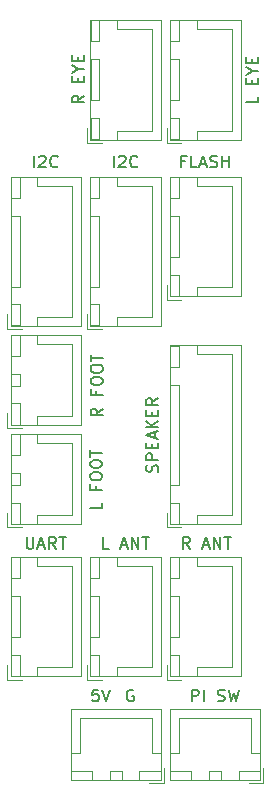
<source format=gbr>
G04 #@! TF.GenerationSoftware,KiCad,Pcbnew,8.0.4*
G04 #@! TF.CreationDate,2025-05-04T21:26:18-04:00*
G04 #@! TF.ProjectId,openduck,6f70656e-6475-4636-9b2e-6b696361645f,rev?*
G04 #@! TF.SameCoordinates,Original*
G04 #@! TF.FileFunction,Legend,Top*
G04 #@! TF.FilePolarity,Positive*
%FSLAX46Y46*%
G04 Gerber Fmt 4.6, Leading zero omitted, Abs format (unit mm)*
G04 Created by KiCad (PCBNEW 8.0.4) date 2025-05-04 21:26:18*
%MOMM*%
%LPD*%
G01*
G04 APERTURE LIST*
%ADD10C,0.150000*%
%ADD11C,0.120000*%
G04 APERTURE END LIST*
D10*
X201633207Y-85639819D02*
X201157017Y-85639819D01*
X201157017Y-85639819D02*
X201109398Y-86116009D01*
X201109398Y-86116009D02*
X201157017Y-86068390D01*
X201157017Y-86068390D02*
X201252255Y-86020771D01*
X201252255Y-86020771D02*
X201490350Y-86020771D01*
X201490350Y-86020771D02*
X201585588Y-86068390D01*
X201585588Y-86068390D02*
X201633207Y-86116009D01*
X201633207Y-86116009D02*
X201680826Y-86211247D01*
X201680826Y-86211247D02*
X201680826Y-86449342D01*
X201680826Y-86449342D02*
X201633207Y-86544580D01*
X201633207Y-86544580D02*
X201585588Y-86592200D01*
X201585588Y-86592200D02*
X201490350Y-86639819D01*
X201490350Y-86639819D02*
X201252255Y-86639819D01*
X201252255Y-86639819D02*
X201157017Y-86592200D01*
X201157017Y-86592200D02*
X201109398Y-86544580D01*
X201966541Y-85639819D02*
X202299874Y-86639819D01*
X202299874Y-86639819D02*
X202633207Y-85639819D01*
X201909819Y-69827030D02*
X201909819Y-70303220D01*
X201909819Y-70303220D02*
X200909819Y-70303220D01*
X201386009Y-68398458D02*
X201386009Y-68731791D01*
X201909819Y-68731791D02*
X200909819Y-68731791D01*
X200909819Y-68731791D02*
X200909819Y-68255601D01*
X200909819Y-67684172D02*
X200909819Y-67493696D01*
X200909819Y-67493696D02*
X200957438Y-67398458D01*
X200957438Y-67398458D02*
X201052676Y-67303220D01*
X201052676Y-67303220D02*
X201243152Y-67255601D01*
X201243152Y-67255601D02*
X201576485Y-67255601D01*
X201576485Y-67255601D02*
X201766961Y-67303220D01*
X201766961Y-67303220D02*
X201862200Y-67398458D01*
X201862200Y-67398458D02*
X201909819Y-67493696D01*
X201909819Y-67493696D02*
X201909819Y-67684172D01*
X201909819Y-67684172D02*
X201862200Y-67779410D01*
X201862200Y-67779410D02*
X201766961Y-67874648D01*
X201766961Y-67874648D02*
X201576485Y-67922267D01*
X201576485Y-67922267D02*
X201243152Y-67922267D01*
X201243152Y-67922267D02*
X201052676Y-67874648D01*
X201052676Y-67874648D02*
X200957438Y-67779410D01*
X200957438Y-67779410D02*
X200909819Y-67684172D01*
X200909819Y-66636553D02*
X200909819Y-66446077D01*
X200909819Y-66446077D02*
X200957438Y-66350839D01*
X200957438Y-66350839D02*
X201052676Y-66255601D01*
X201052676Y-66255601D02*
X201243152Y-66207982D01*
X201243152Y-66207982D02*
X201576485Y-66207982D01*
X201576485Y-66207982D02*
X201766961Y-66255601D01*
X201766961Y-66255601D02*
X201862200Y-66350839D01*
X201862200Y-66350839D02*
X201909819Y-66446077D01*
X201909819Y-66446077D02*
X201909819Y-66636553D01*
X201909819Y-66636553D02*
X201862200Y-66731791D01*
X201862200Y-66731791D02*
X201766961Y-66827029D01*
X201766961Y-66827029D02*
X201576485Y-66874648D01*
X201576485Y-66874648D02*
X201243152Y-66874648D01*
X201243152Y-66874648D02*
X201052676Y-66827029D01*
X201052676Y-66827029D02*
X200957438Y-66731791D01*
X200957438Y-66731791D02*
X200909819Y-66636553D01*
X200909819Y-65922267D02*
X200909819Y-65350839D01*
X201909819Y-65636553D02*
X200909819Y-65636553D01*
X202922494Y-41429819D02*
X202922494Y-40429819D01*
X203351065Y-40525057D02*
X203398684Y-40477438D01*
X203398684Y-40477438D02*
X203493922Y-40429819D01*
X203493922Y-40429819D02*
X203732017Y-40429819D01*
X203732017Y-40429819D02*
X203827255Y-40477438D01*
X203827255Y-40477438D02*
X203874874Y-40525057D01*
X203874874Y-40525057D02*
X203922493Y-40620295D01*
X203922493Y-40620295D02*
X203922493Y-40715533D01*
X203922493Y-40715533D02*
X203874874Y-40858390D01*
X203874874Y-40858390D02*
X203303446Y-41429819D01*
X203303446Y-41429819D02*
X203922493Y-41429819D01*
X204922493Y-41334580D02*
X204874874Y-41382200D01*
X204874874Y-41382200D02*
X204732017Y-41429819D01*
X204732017Y-41429819D02*
X204636779Y-41429819D01*
X204636779Y-41429819D02*
X204493922Y-41382200D01*
X204493922Y-41382200D02*
X204398684Y-41286961D01*
X204398684Y-41286961D02*
X204351065Y-41191723D01*
X204351065Y-41191723D02*
X204303446Y-41001247D01*
X204303446Y-41001247D02*
X204303446Y-40858390D01*
X204303446Y-40858390D02*
X204351065Y-40667914D01*
X204351065Y-40667914D02*
X204398684Y-40572676D01*
X204398684Y-40572676D02*
X204493922Y-40477438D01*
X204493922Y-40477438D02*
X204636779Y-40429819D01*
X204636779Y-40429819D02*
X204732017Y-40429819D01*
X204732017Y-40429819D02*
X204874874Y-40477438D01*
X204874874Y-40477438D02*
X204922493Y-40525057D01*
X208958207Y-40906009D02*
X208624874Y-40906009D01*
X208624874Y-41429819D02*
X208624874Y-40429819D01*
X208624874Y-40429819D02*
X209101064Y-40429819D01*
X209958207Y-41429819D02*
X209482017Y-41429819D01*
X209482017Y-41429819D02*
X209482017Y-40429819D01*
X210243922Y-41144104D02*
X210720112Y-41144104D01*
X210148684Y-41429819D02*
X210482017Y-40429819D01*
X210482017Y-40429819D02*
X210815350Y-41429819D01*
X211101065Y-41382200D02*
X211243922Y-41429819D01*
X211243922Y-41429819D02*
X211482017Y-41429819D01*
X211482017Y-41429819D02*
X211577255Y-41382200D01*
X211577255Y-41382200D02*
X211624874Y-41334580D01*
X211624874Y-41334580D02*
X211672493Y-41239342D01*
X211672493Y-41239342D02*
X211672493Y-41144104D01*
X211672493Y-41144104D02*
X211624874Y-41048866D01*
X211624874Y-41048866D02*
X211577255Y-41001247D01*
X211577255Y-41001247D02*
X211482017Y-40953628D01*
X211482017Y-40953628D02*
X211291541Y-40906009D01*
X211291541Y-40906009D02*
X211196303Y-40858390D01*
X211196303Y-40858390D02*
X211148684Y-40810771D01*
X211148684Y-40810771D02*
X211101065Y-40715533D01*
X211101065Y-40715533D02*
X211101065Y-40620295D01*
X211101065Y-40620295D02*
X211148684Y-40525057D01*
X211148684Y-40525057D02*
X211196303Y-40477438D01*
X211196303Y-40477438D02*
X211291541Y-40429819D01*
X211291541Y-40429819D02*
X211529636Y-40429819D01*
X211529636Y-40429819D02*
X211672493Y-40477438D01*
X212101065Y-41429819D02*
X212101065Y-40429819D01*
X212101065Y-40906009D02*
X212672493Y-40906009D01*
X212672493Y-41429819D02*
X212672493Y-40429819D01*
X209339159Y-73719819D02*
X209005826Y-73243628D01*
X208767731Y-73719819D02*
X208767731Y-72719819D01*
X208767731Y-72719819D02*
X209148683Y-72719819D01*
X209148683Y-72719819D02*
X209243921Y-72767438D01*
X209243921Y-72767438D02*
X209291540Y-72815057D01*
X209291540Y-72815057D02*
X209339159Y-72910295D01*
X209339159Y-72910295D02*
X209339159Y-73053152D01*
X209339159Y-73053152D02*
X209291540Y-73148390D01*
X209291540Y-73148390D02*
X209243921Y-73196009D01*
X209243921Y-73196009D02*
X209148683Y-73243628D01*
X209148683Y-73243628D02*
X208767731Y-73243628D01*
X210482017Y-73434104D02*
X210958207Y-73434104D01*
X210386779Y-73719819D02*
X210720112Y-72719819D01*
X210720112Y-72719819D02*
X211053445Y-73719819D01*
X211386779Y-73719819D02*
X211386779Y-72719819D01*
X211386779Y-72719819D02*
X211958207Y-73719819D01*
X211958207Y-73719819D02*
X211958207Y-72719819D01*
X212291541Y-72719819D02*
X212862969Y-72719819D01*
X212577255Y-73719819D02*
X212577255Y-72719819D01*
X204585588Y-85687438D02*
X204490350Y-85639819D01*
X204490350Y-85639819D02*
X204347493Y-85639819D01*
X204347493Y-85639819D02*
X204204636Y-85687438D01*
X204204636Y-85687438D02*
X204109398Y-85782676D01*
X204109398Y-85782676D02*
X204061779Y-85877914D01*
X204061779Y-85877914D02*
X204014160Y-86068390D01*
X204014160Y-86068390D02*
X204014160Y-86211247D01*
X204014160Y-86211247D02*
X204061779Y-86401723D01*
X204061779Y-86401723D02*
X204109398Y-86496961D01*
X204109398Y-86496961D02*
X204204636Y-86592200D01*
X204204636Y-86592200D02*
X204347493Y-86639819D01*
X204347493Y-86639819D02*
X204442731Y-86639819D01*
X204442731Y-86639819D02*
X204585588Y-86592200D01*
X204585588Y-86592200D02*
X204633207Y-86544580D01*
X204633207Y-86544580D02*
X204633207Y-86211247D01*
X204633207Y-86211247D02*
X204442731Y-86211247D01*
X202493921Y-73719819D02*
X202017731Y-73719819D01*
X202017731Y-73719819D02*
X202017731Y-72719819D01*
X203541541Y-73434104D02*
X204017731Y-73434104D01*
X203446303Y-73719819D02*
X203779636Y-72719819D01*
X203779636Y-72719819D02*
X204112969Y-73719819D01*
X204446303Y-73719819D02*
X204446303Y-72719819D01*
X204446303Y-72719819D02*
X205017731Y-73719819D01*
X205017731Y-73719819D02*
X205017731Y-72719819D01*
X205351065Y-72719819D02*
X205922493Y-72719819D01*
X205636779Y-73719819D02*
X205636779Y-72719819D01*
X196172494Y-41429819D02*
X196172494Y-40429819D01*
X196601065Y-40525057D02*
X196648684Y-40477438D01*
X196648684Y-40477438D02*
X196743922Y-40429819D01*
X196743922Y-40429819D02*
X196982017Y-40429819D01*
X196982017Y-40429819D02*
X197077255Y-40477438D01*
X197077255Y-40477438D02*
X197124874Y-40525057D01*
X197124874Y-40525057D02*
X197172493Y-40620295D01*
X197172493Y-40620295D02*
X197172493Y-40715533D01*
X197172493Y-40715533D02*
X197124874Y-40858390D01*
X197124874Y-40858390D02*
X196553446Y-41429819D01*
X196553446Y-41429819D02*
X197172493Y-41429819D01*
X198172493Y-41334580D02*
X198124874Y-41382200D01*
X198124874Y-41382200D02*
X197982017Y-41429819D01*
X197982017Y-41429819D02*
X197886779Y-41429819D01*
X197886779Y-41429819D02*
X197743922Y-41382200D01*
X197743922Y-41382200D02*
X197648684Y-41286961D01*
X197648684Y-41286961D02*
X197601065Y-41191723D01*
X197601065Y-41191723D02*
X197553446Y-41001247D01*
X197553446Y-41001247D02*
X197553446Y-40858390D01*
X197553446Y-40858390D02*
X197601065Y-40667914D01*
X197601065Y-40667914D02*
X197648684Y-40572676D01*
X197648684Y-40572676D02*
X197743922Y-40477438D01*
X197743922Y-40477438D02*
X197886779Y-40429819D01*
X197886779Y-40429819D02*
X197982017Y-40429819D01*
X197982017Y-40429819D02*
X198124874Y-40477438D01*
X198124874Y-40477438D02*
X198172493Y-40525057D01*
X206632200Y-67215363D02*
X206679819Y-67072506D01*
X206679819Y-67072506D02*
X206679819Y-66834411D01*
X206679819Y-66834411D02*
X206632200Y-66739173D01*
X206632200Y-66739173D02*
X206584580Y-66691554D01*
X206584580Y-66691554D02*
X206489342Y-66643935D01*
X206489342Y-66643935D02*
X206394104Y-66643935D01*
X206394104Y-66643935D02*
X206298866Y-66691554D01*
X206298866Y-66691554D02*
X206251247Y-66739173D01*
X206251247Y-66739173D02*
X206203628Y-66834411D01*
X206203628Y-66834411D02*
X206156009Y-67024887D01*
X206156009Y-67024887D02*
X206108390Y-67120125D01*
X206108390Y-67120125D02*
X206060771Y-67167744D01*
X206060771Y-67167744D02*
X205965533Y-67215363D01*
X205965533Y-67215363D02*
X205870295Y-67215363D01*
X205870295Y-67215363D02*
X205775057Y-67167744D01*
X205775057Y-67167744D02*
X205727438Y-67120125D01*
X205727438Y-67120125D02*
X205679819Y-67024887D01*
X205679819Y-67024887D02*
X205679819Y-66786792D01*
X205679819Y-66786792D02*
X205727438Y-66643935D01*
X206679819Y-66215363D02*
X205679819Y-66215363D01*
X205679819Y-66215363D02*
X205679819Y-65834411D01*
X205679819Y-65834411D02*
X205727438Y-65739173D01*
X205727438Y-65739173D02*
X205775057Y-65691554D01*
X205775057Y-65691554D02*
X205870295Y-65643935D01*
X205870295Y-65643935D02*
X206013152Y-65643935D01*
X206013152Y-65643935D02*
X206108390Y-65691554D01*
X206108390Y-65691554D02*
X206156009Y-65739173D01*
X206156009Y-65739173D02*
X206203628Y-65834411D01*
X206203628Y-65834411D02*
X206203628Y-66215363D01*
X206156009Y-65215363D02*
X206156009Y-64882030D01*
X206679819Y-64739173D02*
X206679819Y-65215363D01*
X206679819Y-65215363D02*
X205679819Y-65215363D01*
X205679819Y-65215363D02*
X205679819Y-64739173D01*
X206394104Y-64358220D02*
X206394104Y-63882030D01*
X206679819Y-64453458D02*
X205679819Y-64120125D01*
X205679819Y-64120125D02*
X206679819Y-63786792D01*
X206679819Y-63453458D02*
X205679819Y-63453458D01*
X206679819Y-62882030D02*
X206108390Y-63310601D01*
X205679819Y-62882030D02*
X206251247Y-63453458D01*
X206156009Y-62453458D02*
X206156009Y-62120125D01*
X206679819Y-61977268D02*
X206679819Y-62453458D01*
X206679819Y-62453458D02*
X205679819Y-62453458D01*
X205679819Y-62453458D02*
X205679819Y-61977268D01*
X206679819Y-60977268D02*
X206203628Y-61310601D01*
X206679819Y-61548696D02*
X205679819Y-61548696D01*
X205679819Y-61548696D02*
X205679819Y-61167744D01*
X205679819Y-61167744D02*
X205727438Y-61072506D01*
X205727438Y-61072506D02*
X205775057Y-61024887D01*
X205775057Y-61024887D02*
X205870295Y-60977268D01*
X205870295Y-60977268D02*
X206013152Y-60977268D01*
X206013152Y-60977268D02*
X206108390Y-61024887D01*
X206108390Y-61024887D02*
X206156009Y-61072506D01*
X206156009Y-61072506D02*
X206203628Y-61167744D01*
X206203628Y-61167744D02*
X206203628Y-61548696D01*
X209545113Y-86639819D02*
X209545113Y-85639819D01*
X209545113Y-85639819D02*
X209926065Y-85639819D01*
X209926065Y-85639819D02*
X210021303Y-85687438D01*
X210021303Y-85687438D02*
X210068922Y-85735057D01*
X210068922Y-85735057D02*
X210116541Y-85830295D01*
X210116541Y-85830295D02*
X210116541Y-85973152D01*
X210116541Y-85973152D02*
X210068922Y-86068390D01*
X210068922Y-86068390D02*
X210021303Y-86116009D01*
X210021303Y-86116009D02*
X209926065Y-86163628D01*
X209926065Y-86163628D02*
X209545113Y-86163628D01*
X210545113Y-86639819D02*
X210545113Y-85639819D01*
X211735589Y-86592200D02*
X211878446Y-86639819D01*
X211878446Y-86639819D02*
X212116541Y-86639819D01*
X212116541Y-86639819D02*
X212211779Y-86592200D01*
X212211779Y-86592200D02*
X212259398Y-86544580D01*
X212259398Y-86544580D02*
X212307017Y-86449342D01*
X212307017Y-86449342D02*
X212307017Y-86354104D01*
X212307017Y-86354104D02*
X212259398Y-86258866D01*
X212259398Y-86258866D02*
X212211779Y-86211247D01*
X212211779Y-86211247D02*
X212116541Y-86163628D01*
X212116541Y-86163628D02*
X211926065Y-86116009D01*
X211926065Y-86116009D02*
X211830827Y-86068390D01*
X211830827Y-86068390D02*
X211783208Y-86020771D01*
X211783208Y-86020771D02*
X211735589Y-85925533D01*
X211735589Y-85925533D02*
X211735589Y-85830295D01*
X211735589Y-85830295D02*
X211783208Y-85735057D01*
X211783208Y-85735057D02*
X211830827Y-85687438D01*
X211830827Y-85687438D02*
X211926065Y-85639819D01*
X211926065Y-85639819D02*
X212164160Y-85639819D01*
X212164160Y-85639819D02*
X212307017Y-85687438D01*
X212640351Y-85639819D02*
X212878446Y-86639819D01*
X212878446Y-86639819D02*
X213068922Y-85925533D01*
X213068922Y-85925533D02*
X213259398Y-86639819D01*
X213259398Y-86639819D02*
X213497494Y-85639819D01*
X195553446Y-72719819D02*
X195553446Y-73529342D01*
X195553446Y-73529342D02*
X195601065Y-73624580D01*
X195601065Y-73624580D02*
X195648684Y-73672200D01*
X195648684Y-73672200D02*
X195743922Y-73719819D01*
X195743922Y-73719819D02*
X195934398Y-73719819D01*
X195934398Y-73719819D02*
X196029636Y-73672200D01*
X196029636Y-73672200D02*
X196077255Y-73624580D01*
X196077255Y-73624580D02*
X196124874Y-73529342D01*
X196124874Y-73529342D02*
X196124874Y-72719819D01*
X196553446Y-73434104D02*
X197029636Y-73434104D01*
X196458208Y-73719819D02*
X196791541Y-72719819D01*
X196791541Y-72719819D02*
X197124874Y-73719819D01*
X198029636Y-73719819D02*
X197696303Y-73243628D01*
X197458208Y-73719819D02*
X197458208Y-72719819D01*
X197458208Y-72719819D02*
X197839160Y-72719819D01*
X197839160Y-72719819D02*
X197934398Y-72767438D01*
X197934398Y-72767438D02*
X197982017Y-72815057D01*
X197982017Y-72815057D02*
X198029636Y-72910295D01*
X198029636Y-72910295D02*
X198029636Y-73053152D01*
X198029636Y-73053152D02*
X197982017Y-73148390D01*
X197982017Y-73148390D02*
X197934398Y-73196009D01*
X197934398Y-73196009D02*
X197839160Y-73243628D01*
X197839160Y-73243628D02*
X197458208Y-73243628D01*
X198315351Y-72719819D02*
X198886779Y-72719819D01*
X198601065Y-73719819D02*
X198601065Y-72719819D01*
X215156569Y-35451078D02*
X215156569Y-35927268D01*
X215156569Y-35927268D02*
X214156569Y-35927268D01*
X214632759Y-34355839D02*
X214632759Y-34022506D01*
X215156569Y-33879649D02*
X215156569Y-34355839D01*
X215156569Y-34355839D02*
X214156569Y-34355839D01*
X214156569Y-34355839D02*
X214156569Y-33879649D01*
X214680378Y-33260601D02*
X215156569Y-33260601D01*
X214156569Y-33593934D02*
X214680378Y-33260601D01*
X214680378Y-33260601D02*
X214156569Y-32927268D01*
X214632759Y-32593934D02*
X214632759Y-32260601D01*
X215156569Y-32117744D02*
X215156569Y-32593934D01*
X215156569Y-32593934D02*
X214156569Y-32593934D01*
X214156569Y-32593934D02*
X214156569Y-32117744D01*
X200406569Y-35355840D02*
X199930378Y-35689173D01*
X200406569Y-35927268D02*
X199406569Y-35927268D01*
X199406569Y-35927268D02*
X199406569Y-35546316D01*
X199406569Y-35546316D02*
X199454188Y-35451078D01*
X199454188Y-35451078D02*
X199501807Y-35403459D01*
X199501807Y-35403459D02*
X199597045Y-35355840D01*
X199597045Y-35355840D02*
X199739902Y-35355840D01*
X199739902Y-35355840D02*
X199835140Y-35403459D01*
X199835140Y-35403459D02*
X199882759Y-35451078D01*
X199882759Y-35451078D02*
X199930378Y-35546316D01*
X199930378Y-35546316D02*
X199930378Y-35927268D01*
X199882759Y-34165363D02*
X199882759Y-33832030D01*
X200406569Y-33689173D02*
X200406569Y-34165363D01*
X200406569Y-34165363D02*
X199406569Y-34165363D01*
X199406569Y-34165363D02*
X199406569Y-33689173D01*
X199930378Y-33070125D02*
X200406569Y-33070125D01*
X199406569Y-33403458D02*
X199930378Y-33070125D01*
X199930378Y-33070125D02*
X199406569Y-32736792D01*
X199882759Y-32403458D02*
X199882759Y-32070125D01*
X200406569Y-31927268D02*
X200406569Y-32403458D01*
X200406569Y-32403458D02*
X199406569Y-32403458D01*
X199406569Y-32403458D02*
X199406569Y-31927268D01*
X201979819Y-61861792D02*
X201503628Y-62195125D01*
X201979819Y-62433220D02*
X200979819Y-62433220D01*
X200979819Y-62433220D02*
X200979819Y-62052268D01*
X200979819Y-62052268D02*
X201027438Y-61957030D01*
X201027438Y-61957030D02*
X201075057Y-61909411D01*
X201075057Y-61909411D02*
X201170295Y-61861792D01*
X201170295Y-61861792D02*
X201313152Y-61861792D01*
X201313152Y-61861792D02*
X201408390Y-61909411D01*
X201408390Y-61909411D02*
X201456009Y-61957030D01*
X201456009Y-61957030D02*
X201503628Y-62052268D01*
X201503628Y-62052268D02*
X201503628Y-62433220D01*
X201456009Y-60337982D02*
X201456009Y-60671315D01*
X201979819Y-60671315D02*
X200979819Y-60671315D01*
X200979819Y-60671315D02*
X200979819Y-60195125D01*
X200979819Y-59623696D02*
X200979819Y-59433220D01*
X200979819Y-59433220D02*
X201027438Y-59337982D01*
X201027438Y-59337982D02*
X201122676Y-59242744D01*
X201122676Y-59242744D02*
X201313152Y-59195125D01*
X201313152Y-59195125D02*
X201646485Y-59195125D01*
X201646485Y-59195125D02*
X201836961Y-59242744D01*
X201836961Y-59242744D02*
X201932200Y-59337982D01*
X201932200Y-59337982D02*
X201979819Y-59433220D01*
X201979819Y-59433220D02*
X201979819Y-59623696D01*
X201979819Y-59623696D02*
X201932200Y-59718934D01*
X201932200Y-59718934D02*
X201836961Y-59814172D01*
X201836961Y-59814172D02*
X201646485Y-59861791D01*
X201646485Y-59861791D02*
X201313152Y-59861791D01*
X201313152Y-59861791D02*
X201122676Y-59814172D01*
X201122676Y-59814172D02*
X201027438Y-59718934D01*
X201027438Y-59718934D02*
X200979819Y-59623696D01*
X200979819Y-58576077D02*
X200979819Y-58385601D01*
X200979819Y-58385601D02*
X201027438Y-58290363D01*
X201027438Y-58290363D02*
X201122676Y-58195125D01*
X201122676Y-58195125D02*
X201313152Y-58147506D01*
X201313152Y-58147506D02*
X201646485Y-58147506D01*
X201646485Y-58147506D02*
X201836961Y-58195125D01*
X201836961Y-58195125D02*
X201932200Y-58290363D01*
X201932200Y-58290363D02*
X201979819Y-58385601D01*
X201979819Y-58385601D02*
X201979819Y-58576077D01*
X201979819Y-58576077D02*
X201932200Y-58671315D01*
X201932200Y-58671315D02*
X201836961Y-58766553D01*
X201836961Y-58766553D02*
X201646485Y-58814172D01*
X201646485Y-58814172D02*
X201313152Y-58814172D01*
X201313152Y-58814172D02*
X201122676Y-58766553D01*
X201122676Y-58766553D02*
X201027438Y-58671315D01*
X201027438Y-58671315D02*
X200979819Y-58576077D01*
X200979819Y-57861791D02*
X200979819Y-57290363D01*
X201979819Y-57576077D02*
X200979819Y-57576077D01*
D11*
X207400000Y-51370000D02*
X207400000Y-52620000D01*
X207400000Y-52620000D02*
X208650000Y-52620000D01*
X207690000Y-42210000D02*
X207690000Y-52330000D01*
X207690000Y-52330000D02*
X213660000Y-52330000D01*
X207700000Y-42220000D02*
X207700000Y-44020000D01*
X207700000Y-44020000D02*
X208450000Y-44020000D01*
X207700000Y-45520000D02*
X207700000Y-49020000D01*
X207700000Y-49020000D02*
X208450000Y-49020000D01*
X207700000Y-50520000D02*
X207700000Y-52320000D01*
X207700000Y-52320000D02*
X208450000Y-52320000D01*
X208450000Y-42220000D02*
X207700000Y-42220000D01*
X208450000Y-44020000D02*
X208450000Y-42220000D01*
X208450000Y-45520000D02*
X207700000Y-45520000D01*
X208450000Y-49020000D02*
X208450000Y-45520000D01*
X208450000Y-50520000D02*
X207700000Y-50520000D01*
X208450000Y-52320000D02*
X208450000Y-50520000D01*
X209950000Y-42220000D02*
X209950000Y-42970000D01*
X209950000Y-42970000D02*
X212900000Y-42970000D01*
X209950000Y-51570000D02*
X212900000Y-51570000D01*
X209950000Y-52320000D02*
X209950000Y-51570000D01*
X212900000Y-42970000D02*
X212900000Y-47270000D01*
X212900000Y-51570000D02*
X212900000Y-47270000D01*
X213660000Y-42210000D02*
X207690000Y-42210000D01*
X213660000Y-52330000D02*
X213660000Y-42210000D01*
X193900000Y-83570000D02*
X193900000Y-84820000D01*
X193900000Y-84820000D02*
X195150000Y-84820000D01*
X194190000Y-74410000D02*
X194190000Y-84530000D01*
X194190000Y-84530000D02*
X200160000Y-84530000D01*
X194200000Y-74420000D02*
X194200000Y-76220000D01*
X194200000Y-76220000D02*
X194950000Y-76220000D01*
X194200000Y-77720000D02*
X194200000Y-81220000D01*
X194200000Y-81220000D02*
X194950000Y-81220000D01*
X194200000Y-82720000D02*
X194200000Y-84520000D01*
X194200000Y-84520000D02*
X194950000Y-84520000D01*
X194950000Y-74420000D02*
X194200000Y-74420000D01*
X194950000Y-76220000D02*
X194950000Y-74420000D01*
X194950000Y-77720000D02*
X194200000Y-77720000D01*
X194950000Y-81220000D02*
X194950000Y-77720000D01*
X194950000Y-82720000D02*
X194200000Y-82720000D01*
X194950000Y-84520000D02*
X194950000Y-82720000D01*
X196450000Y-74420000D02*
X196450000Y-75170000D01*
X196450000Y-75170000D02*
X199400000Y-75170000D01*
X196450000Y-83770000D02*
X199400000Y-83770000D01*
X196450000Y-84520000D02*
X196450000Y-83770000D01*
X199400000Y-75170000D02*
X199400000Y-79470000D01*
X199400000Y-83770000D02*
X199400000Y-79470000D01*
X200160000Y-74410000D02*
X194190000Y-74410000D01*
X200160000Y-84530000D02*
X200160000Y-74410000D01*
X200650000Y-53870000D02*
X200650000Y-55120000D01*
X200650000Y-55120000D02*
X201900000Y-55120000D01*
X200940000Y-42210000D02*
X200940000Y-54830000D01*
X200940000Y-54830000D02*
X206910000Y-54830000D01*
X200950000Y-42220000D02*
X200950000Y-44020000D01*
X200950000Y-44020000D02*
X201700000Y-44020000D01*
X200950000Y-45520000D02*
X200950000Y-51520000D01*
X200950000Y-51520000D02*
X201700000Y-51520000D01*
X200950000Y-53020000D02*
X200950000Y-54820000D01*
X200950000Y-54820000D02*
X201700000Y-54820000D01*
X201700000Y-42220000D02*
X200950000Y-42220000D01*
X201700000Y-44020000D02*
X201700000Y-42220000D01*
X201700000Y-45520000D02*
X200950000Y-45520000D01*
X201700000Y-51520000D02*
X201700000Y-45520000D01*
X201700000Y-53020000D02*
X200950000Y-53020000D01*
X201700000Y-54820000D02*
X201700000Y-53020000D01*
X203200000Y-42220000D02*
X203200000Y-42970000D01*
X203200000Y-42970000D02*
X206150000Y-42970000D01*
X203200000Y-54070000D02*
X206150000Y-54070000D01*
X203200000Y-54820000D02*
X203200000Y-54070000D01*
X206150000Y-42970000D02*
X206150000Y-48520000D01*
X206150000Y-54070000D02*
X206150000Y-48520000D01*
X206910000Y-42210000D02*
X200940000Y-42210000D01*
X206910000Y-54830000D02*
X206910000Y-42210000D01*
X199290000Y-87310000D02*
X199290000Y-93280000D01*
X199290000Y-93280000D02*
X206910000Y-93280000D01*
X199300000Y-91020000D02*
X200050000Y-91020000D01*
X199300000Y-92520000D02*
X199300000Y-93270000D01*
X199300000Y-93270000D02*
X201100000Y-93270000D01*
X200050000Y-88070000D02*
X203100000Y-88070000D01*
X200050000Y-91020000D02*
X200050000Y-88070000D01*
X201100000Y-92520000D02*
X199300000Y-92520000D01*
X201100000Y-93270000D02*
X201100000Y-92520000D01*
X202600000Y-92520000D02*
X202600000Y-93270000D01*
X202600000Y-93270000D02*
X203600000Y-93270000D01*
X203600000Y-92520000D02*
X202600000Y-92520000D01*
X203600000Y-93270000D02*
X203600000Y-92520000D01*
X205100000Y-92520000D02*
X205100000Y-93270000D01*
X205100000Y-93270000D02*
X206900000Y-93270000D01*
X205950000Y-93570000D02*
X207200000Y-93570000D01*
X206150000Y-88070000D02*
X203100000Y-88070000D01*
X206150000Y-91020000D02*
X206150000Y-88070000D01*
X206900000Y-91020000D02*
X206150000Y-91020000D01*
X206900000Y-92520000D02*
X205100000Y-92520000D01*
X206900000Y-93270000D02*
X206900000Y-92520000D01*
X206910000Y-87310000D02*
X199290000Y-87310000D01*
X206910000Y-93280000D02*
X206910000Y-87310000D01*
X207200000Y-93570000D02*
X207200000Y-92320000D01*
X207410000Y-38120000D02*
X207410000Y-39370000D01*
X207410000Y-39370000D02*
X208660000Y-39370000D01*
X207700000Y-28960000D02*
X207700000Y-39080000D01*
X207700000Y-39080000D02*
X213670000Y-39080000D01*
X207710000Y-28970000D02*
X207710000Y-30770000D01*
X207710000Y-30770000D02*
X208460000Y-30770000D01*
X207710000Y-32270000D02*
X207710000Y-35770000D01*
X207710000Y-35770000D02*
X208460000Y-35770000D01*
X207710000Y-37270000D02*
X207710000Y-39070000D01*
X207710000Y-39070000D02*
X208460000Y-39070000D01*
X208460000Y-28970000D02*
X207710000Y-28970000D01*
X208460000Y-30770000D02*
X208460000Y-28970000D01*
X208460000Y-32270000D02*
X207710000Y-32270000D01*
X208460000Y-35770000D02*
X208460000Y-32270000D01*
X208460000Y-37270000D02*
X207710000Y-37270000D01*
X208460000Y-39070000D02*
X208460000Y-37270000D01*
X209960000Y-28970000D02*
X209960000Y-29720000D01*
X209960000Y-29720000D02*
X212910000Y-29720000D01*
X209960000Y-38320000D02*
X212910000Y-38320000D01*
X209960000Y-39070000D02*
X209960000Y-38320000D01*
X212910000Y-29720000D02*
X212910000Y-34020000D01*
X212910000Y-38320000D02*
X212910000Y-34020000D01*
X213670000Y-28960000D02*
X207700000Y-28960000D01*
X213670000Y-39080000D02*
X213670000Y-28960000D01*
X207400000Y-70670000D02*
X207400000Y-71920000D01*
X207400000Y-71920000D02*
X208650000Y-71920000D01*
X207690000Y-56510000D02*
X207690000Y-71630000D01*
X207690000Y-71630000D02*
X213660000Y-71630000D01*
X207700000Y-56520000D02*
X207700000Y-58320000D01*
X207700000Y-58320000D02*
X208450000Y-58320000D01*
X207700000Y-59820000D02*
X207700000Y-68320000D01*
X207700000Y-68320000D02*
X208450000Y-68320000D01*
X207700000Y-69820000D02*
X207700000Y-71620000D01*
X207700000Y-71620000D02*
X208450000Y-71620000D01*
X208450000Y-56520000D02*
X207700000Y-56520000D01*
X208450000Y-58320000D02*
X208450000Y-56520000D01*
X208450000Y-59820000D02*
X207700000Y-59820000D01*
X208450000Y-68320000D02*
X208450000Y-59820000D01*
X208450000Y-69820000D02*
X207700000Y-69820000D01*
X208450000Y-71620000D02*
X208450000Y-69820000D01*
X209950000Y-56520000D02*
X209950000Y-57270000D01*
X209950000Y-57270000D02*
X212900000Y-57270000D01*
X209950000Y-70870000D02*
X212900000Y-70870000D01*
X209950000Y-71620000D02*
X209950000Y-70870000D01*
X212900000Y-57270000D02*
X212900000Y-64070000D01*
X212900000Y-70870000D02*
X212900000Y-64070000D01*
X213660000Y-56510000D02*
X207690000Y-56510000D01*
X213660000Y-71630000D02*
X213660000Y-56510000D01*
X200660000Y-38120000D02*
X200660000Y-39370000D01*
X200660000Y-39370000D02*
X201910000Y-39370000D01*
X200950000Y-28960000D02*
X200950000Y-39080000D01*
X200950000Y-39080000D02*
X206920000Y-39080000D01*
X200960000Y-28970000D02*
X200960000Y-30770000D01*
X200960000Y-30770000D02*
X201710000Y-30770000D01*
X200960000Y-32270000D02*
X200960000Y-35770000D01*
X200960000Y-35770000D02*
X201710000Y-35770000D01*
X200960000Y-37270000D02*
X200960000Y-39070000D01*
X200960000Y-39070000D02*
X201710000Y-39070000D01*
X201710000Y-28970000D02*
X200960000Y-28970000D01*
X201710000Y-30770000D02*
X201710000Y-28970000D01*
X201710000Y-32270000D02*
X200960000Y-32270000D01*
X201710000Y-35770000D02*
X201710000Y-32270000D01*
X201710000Y-37270000D02*
X200960000Y-37270000D01*
X201710000Y-39070000D02*
X201710000Y-37270000D01*
X203210000Y-28970000D02*
X203210000Y-29720000D01*
X203210000Y-29720000D02*
X206160000Y-29720000D01*
X203210000Y-38320000D02*
X206160000Y-38320000D01*
X203210000Y-39070000D02*
X203210000Y-38320000D01*
X206160000Y-29720000D02*
X206160000Y-34020000D01*
X206160000Y-38320000D02*
X206160000Y-34020000D01*
X206920000Y-28960000D02*
X200950000Y-28960000D01*
X206920000Y-39080000D02*
X206920000Y-28960000D01*
X193900000Y-53870000D02*
X193900000Y-55120000D01*
X193900000Y-55120000D02*
X195150000Y-55120000D01*
X194190000Y-42210000D02*
X194190000Y-54830000D01*
X194190000Y-54830000D02*
X200160000Y-54830000D01*
X194200000Y-42220000D02*
X194200000Y-44020000D01*
X194200000Y-44020000D02*
X194950000Y-44020000D01*
X194200000Y-45520000D02*
X194200000Y-51520000D01*
X194200000Y-51520000D02*
X194950000Y-51520000D01*
X194200000Y-53020000D02*
X194200000Y-54820000D01*
X194200000Y-54820000D02*
X194950000Y-54820000D01*
X194950000Y-42220000D02*
X194200000Y-42220000D01*
X194950000Y-44020000D02*
X194950000Y-42220000D01*
X194950000Y-45520000D02*
X194200000Y-45520000D01*
X194950000Y-51520000D02*
X194950000Y-45520000D01*
X194950000Y-53020000D02*
X194200000Y-53020000D01*
X194950000Y-54820000D02*
X194950000Y-53020000D01*
X196450000Y-42220000D02*
X196450000Y-42970000D01*
X196450000Y-42970000D02*
X199400000Y-42970000D01*
X196450000Y-54070000D02*
X199400000Y-54070000D01*
X196450000Y-54820000D02*
X196450000Y-54070000D01*
X199400000Y-42970000D02*
X199400000Y-48520000D01*
X199400000Y-54070000D02*
X199400000Y-48520000D01*
X200160000Y-42210000D02*
X194190000Y-42210000D01*
X200160000Y-54830000D02*
X200160000Y-42210000D01*
X207690000Y-87310000D02*
X207690000Y-93280000D01*
X207690000Y-93280000D02*
X215310000Y-93280000D01*
X207700000Y-91020000D02*
X208450000Y-91020000D01*
X207700000Y-92520000D02*
X207700000Y-93270000D01*
X207700000Y-93270000D02*
X209500000Y-93270000D01*
X208450000Y-88070000D02*
X211500000Y-88070000D01*
X208450000Y-91020000D02*
X208450000Y-88070000D01*
X209500000Y-92520000D02*
X207700000Y-92520000D01*
X209500000Y-93270000D02*
X209500000Y-92520000D01*
X211000000Y-92520000D02*
X211000000Y-93270000D01*
X211000000Y-93270000D02*
X212000000Y-93270000D01*
X212000000Y-92520000D02*
X211000000Y-92520000D01*
X212000000Y-93270000D02*
X212000000Y-92520000D01*
X213500000Y-92520000D02*
X213500000Y-93270000D01*
X213500000Y-93270000D02*
X215300000Y-93270000D01*
X214350000Y-93570000D02*
X215600000Y-93570000D01*
X214550000Y-88070000D02*
X211500000Y-88070000D01*
X214550000Y-91020000D02*
X214550000Y-88070000D01*
X215300000Y-91020000D02*
X214550000Y-91020000D01*
X215300000Y-92520000D02*
X213500000Y-92520000D01*
X215300000Y-93270000D02*
X215300000Y-92520000D01*
X215310000Y-87310000D02*
X207690000Y-87310000D01*
X215310000Y-93280000D02*
X215310000Y-87310000D01*
X215600000Y-93570000D02*
X215600000Y-92320000D01*
X207400000Y-83560000D02*
X207400000Y-84810000D01*
X207400000Y-84810000D02*
X208650000Y-84810000D01*
X207690000Y-74400000D02*
X207690000Y-84520000D01*
X207690000Y-84520000D02*
X213660000Y-84520000D01*
X207700000Y-74410000D02*
X207700000Y-76210000D01*
X207700000Y-76210000D02*
X208450000Y-76210000D01*
X207700000Y-77710000D02*
X207700000Y-81210000D01*
X207700000Y-81210000D02*
X208450000Y-81210000D01*
X207700000Y-82710000D02*
X207700000Y-84510000D01*
X207700000Y-84510000D02*
X208450000Y-84510000D01*
X208450000Y-74410000D02*
X207700000Y-74410000D01*
X208450000Y-76210000D02*
X208450000Y-74410000D01*
X208450000Y-77710000D02*
X207700000Y-77710000D01*
X208450000Y-81210000D02*
X208450000Y-77710000D01*
X208450000Y-82710000D02*
X207700000Y-82710000D01*
X208450000Y-84510000D02*
X208450000Y-82710000D01*
X209950000Y-74410000D02*
X209950000Y-75160000D01*
X209950000Y-75160000D02*
X212900000Y-75160000D01*
X209950000Y-83760000D02*
X212900000Y-83760000D01*
X209950000Y-84510000D02*
X209950000Y-83760000D01*
X212900000Y-75160000D02*
X212900000Y-79460000D01*
X212900000Y-83760000D02*
X212900000Y-79460000D01*
X213660000Y-74400000D02*
X207690000Y-74400000D01*
X213660000Y-84520000D02*
X213660000Y-74400000D01*
X193900000Y-70670000D02*
X193900000Y-71920000D01*
X193900000Y-71920000D02*
X195150000Y-71920000D01*
X194190000Y-64010000D02*
X194190000Y-71630000D01*
X194190000Y-71630000D02*
X200160000Y-71630000D01*
X194200000Y-64020000D02*
X194200000Y-65820000D01*
X194200000Y-65820000D02*
X194950000Y-65820000D01*
X194200000Y-67320000D02*
X194200000Y-68320000D01*
X194200000Y-68320000D02*
X194950000Y-68320000D01*
X194200000Y-69820000D02*
X194200000Y-71620000D01*
X194200000Y-71620000D02*
X194950000Y-71620000D01*
X194950000Y-64020000D02*
X194200000Y-64020000D01*
X194950000Y-65820000D02*
X194950000Y-64020000D01*
X194950000Y-67320000D02*
X194200000Y-67320000D01*
X194950000Y-68320000D02*
X194950000Y-67320000D01*
X194950000Y-69820000D02*
X194200000Y-69820000D01*
X194950000Y-71620000D02*
X194950000Y-69820000D01*
X196450000Y-64020000D02*
X196450000Y-64770000D01*
X196450000Y-64770000D02*
X199400000Y-64770000D01*
X196450000Y-70870000D02*
X199400000Y-70870000D01*
X196450000Y-71620000D02*
X196450000Y-70870000D01*
X199400000Y-64770000D02*
X199400000Y-67820000D01*
X199400000Y-70870000D02*
X199400000Y-67820000D01*
X200160000Y-64010000D02*
X194190000Y-64010000D01*
X200160000Y-71630000D02*
X200160000Y-64010000D01*
X200650000Y-83560000D02*
X200650000Y-84810000D01*
X200650000Y-84810000D02*
X201900000Y-84810000D01*
X200940000Y-74400000D02*
X200940000Y-84520000D01*
X200940000Y-84520000D02*
X206910000Y-84520000D01*
X200950000Y-74410000D02*
X200950000Y-76210000D01*
X200950000Y-76210000D02*
X201700000Y-76210000D01*
X200950000Y-77710000D02*
X200950000Y-81210000D01*
X200950000Y-81210000D02*
X201700000Y-81210000D01*
X200950000Y-82710000D02*
X200950000Y-84510000D01*
X200950000Y-84510000D02*
X201700000Y-84510000D01*
X201700000Y-74410000D02*
X200950000Y-74410000D01*
X201700000Y-76210000D02*
X201700000Y-74410000D01*
X201700000Y-77710000D02*
X200950000Y-77710000D01*
X201700000Y-81210000D02*
X201700000Y-77710000D01*
X201700000Y-82710000D02*
X200950000Y-82710000D01*
X201700000Y-84510000D02*
X201700000Y-82710000D01*
X203200000Y-74410000D02*
X203200000Y-75160000D01*
X203200000Y-75160000D02*
X206150000Y-75160000D01*
X203200000Y-83760000D02*
X206150000Y-83760000D01*
X203200000Y-84510000D02*
X203200000Y-83760000D01*
X206150000Y-75160000D02*
X206150000Y-79460000D01*
X206150000Y-83760000D02*
X206150000Y-79460000D01*
X206910000Y-74400000D02*
X200940000Y-74400000D01*
X206910000Y-84520000D02*
X206910000Y-74400000D01*
X193900000Y-62270000D02*
X193900000Y-63520000D01*
X193900000Y-63520000D02*
X195150000Y-63520000D01*
X194190000Y-55610000D02*
X194190000Y-63230000D01*
X194190000Y-63230000D02*
X200160000Y-63230000D01*
X194200000Y-55620000D02*
X194200000Y-57420000D01*
X194200000Y-57420000D02*
X194950000Y-57420000D01*
X194200000Y-58920000D02*
X194200000Y-59920000D01*
X194200000Y-59920000D02*
X194950000Y-59920000D01*
X194200000Y-61420000D02*
X194200000Y-63220000D01*
X194200000Y-63220000D02*
X194950000Y-63220000D01*
X194950000Y-55620000D02*
X194200000Y-55620000D01*
X194950000Y-57420000D02*
X194950000Y-55620000D01*
X194950000Y-58920000D02*
X194200000Y-58920000D01*
X194950000Y-59920000D02*
X194950000Y-58920000D01*
X194950000Y-61420000D02*
X194200000Y-61420000D01*
X194950000Y-63220000D02*
X194950000Y-61420000D01*
X196450000Y-55620000D02*
X196450000Y-56370000D01*
X196450000Y-56370000D02*
X199400000Y-56370000D01*
X196450000Y-62470000D02*
X199400000Y-62470000D01*
X196450000Y-63220000D02*
X196450000Y-62470000D01*
X199400000Y-56370000D02*
X199400000Y-59420000D01*
X199400000Y-62470000D02*
X199400000Y-59420000D01*
X200160000Y-55610000D02*
X194190000Y-55610000D01*
X200160000Y-63230000D02*
X200160000Y-55610000D01*
M02*

</source>
